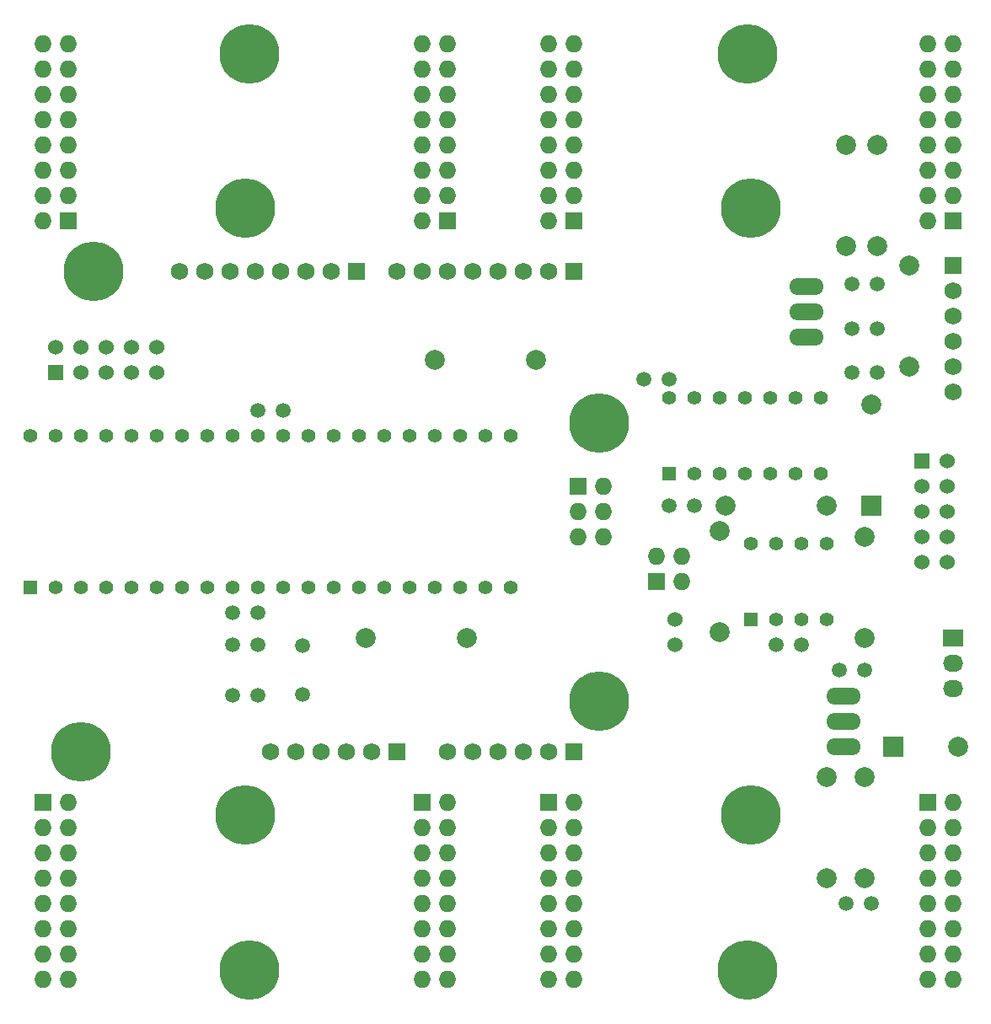
<source format=gbs>
%FSLAX34Y34*%
G04 Gerber Fmt 3.4, Leading zero omitted, Abs format*
G04 (created by PCBNEW (2014-jan-25)-product) date Mon 28 Jul 2014 06:27:03 PM PDT*
%MOIN*%
G01*
G70*
G90*
G04 APERTURE LIST*
%ADD10C,0.005906*%
%ADD11C,0.059100*%
%ADD12C,0.078700*%
%ADD13R,0.078700X0.078700*%
%ADD14C,0.060000*%
%ADD15C,0.236220*%
%ADD16R,0.080000X0.068000*%
%ADD17O,0.080000X0.068000*%
%ADD18R,0.068000X0.068000*%
%ADD19O,0.068000X0.068000*%
%ADD20C,0.068000*%
%ADD21R,0.060000X0.060000*%
%ADD22O,0.137800X0.066900*%
%ADD23R,0.055000X0.055000*%
%ADD24C,0.055000*%
G04 APERTURE END LIST*
G54D10*
G54D11*
X45000Y-22750D03*
X44000Y-22750D03*
X20500Y-35250D03*
X19500Y-35250D03*
X44000Y-21000D03*
X45000Y-21000D03*
X20500Y-37250D03*
X19500Y-37250D03*
X44500Y-36250D03*
X43500Y-36250D03*
X43750Y-45500D03*
X44750Y-45500D03*
X37750Y-29750D03*
X36750Y-29750D03*
X44000Y-24500D03*
X45000Y-24500D03*
X36750Y-24750D03*
X35750Y-24750D03*
X42000Y-35250D03*
X41000Y-35250D03*
X21500Y-26000D03*
X20500Y-26000D03*
X20500Y-34000D03*
X19500Y-34000D03*
G54D12*
X44750Y-25750D03*
G54D13*
X44750Y-29750D03*
G54D14*
X37000Y-34250D03*
X37000Y-35250D03*
G54D15*
X34000Y-26500D03*
X14000Y-20500D03*
X34000Y-37500D03*
X13500Y-39500D03*
X20000Y-42000D03*
X39842Y-11889D03*
X20157Y-11889D03*
X39842Y-48110D03*
X20157Y-48110D03*
X40000Y-42000D03*
X20000Y-18000D03*
X40000Y-18000D03*
G54D16*
X48000Y-35000D03*
G54D17*
X48000Y-36000D03*
X48000Y-37000D03*
G54D18*
X36250Y-32750D03*
G54D19*
X36250Y-31750D03*
X37250Y-32750D03*
X37250Y-31750D03*
G54D18*
X33150Y-29000D03*
G54D19*
X34150Y-29000D03*
X33150Y-30000D03*
X34150Y-30000D03*
X33150Y-31000D03*
X34150Y-31000D03*
G54D18*
X24400Y-20500D03*
G54D20*
X23400Y-20500D03*
X22400Y-20500D03*
X21400Y-20500D03*
X20400Y-20500D03*
X19400Y-20500D03*
X18400Y-20500D03*
X17400Y-20500D03*
G54D18*
X33000Y-20500D03*
G54D20*
X32000Y-20500D03*
X31000Y-20500D03*
X30000Y-20500D03*
X29000Y-20500D03*
X28000Y-20500D03*
X27000Y-20500D03*
X26000Y-20500D03*
G54D18*
X33000Y-39500D03*
G54D20*
X32000Y-39500D03*
X31000Y-39500D03*
X30000Y-39500D03*
X29000Y-39500D03*
X28000Y-39500D03*
G54D18*
X26000Y-39500D03*
G54D20*
X25000Y-39500D03*
X24000Y-39500D03*
X23000Y-39500D03*
X22000Y-39500D03*
X21000Y-39500D03*
G54D18*
X12000Y-41500D03*
G54D19*
X13000Y-41500D03*
X12000Y-42500D03*
X13000Y-42500D03*
X12000Y-43500D03*
X13000Y-43500D03*
X12000Y-44500D03*
X13000Y-44500D03*
X12000Y-45500D03*
X13000Y-45500D03*
X12000Y-46500D03*
X13000Y-46500D03*
X12000Y-47500D03*
X13000Y-47500D03*
X12000Y-48500D03*
X13000Y-48500D03*
G54D18*
X27000Y-41500D03*
G54D19*
X28000Y-41500D03*
X27000Y-42500D03*
X28000Y-42500D03*
X27000Y-43500D03*
X28000Y-43500D03*
X27000Y-44500D03*
X28000Y-44500D03*
X27000Y-45500D03*
X28000Y-45500D03*
X27000Y-46500D03*
X28000Y-46500D03*
X27000Y-47500D03*
X28000Y-47500D03*
X27000Y-48500D03*
X28000Y-48500D03*
G54D21*
X46750Y-28000D03*
G54D14*
X47750Y-28000D03*
X46750Y-29000D03*
X47750Y-29000D03*
X46750Y-30000D03*
X47750Y-30000D03*
X46750Y-31000D03*
X47750Y-31000D03*
X46750Y-32000D03*
X47750Y-32000D03*
G54D18*
X48000Y-20250D03*
G54D20*
X48000Y-21250D03*
X48000Y-22250D03*
X48000Y-23250D03*
X48000Y-24250D03*
X48000Y-25250D03*
G54D18*
X32000Y-41500D03*
G54D19*
X33000Y-41500D03*
X32000Y-42500D03*
X33000Y-42500D03*
X32000Y-43500D03*
X33000Y-43500D03*
X32000Y-44500D03*
X33000Y-44500D03*
X32000Y-45500D03*
X33000Y-45500D03*
X32000Y-46500D03*
X33000Y-46500D03*
X32000Y-47500D03*
X33000Y-47500D03*
X32000Y-48500D03*
X33000Y-48500D03*
G54D18*
X47000Y-41500D03*
G54D19*
X48000Y-41500D03*
X47000Y-42500D03*
X48000Y-42500D03*
X47000Y-43500D03*
X48000Y-43500D03*
X47000Y-44500D03*
X48000Y-44500D03*
X47000Y-45500D03*
X48000Y-45500D03*
X47000Y-46500D03*
X48000Y-46500D03*
X47000Y-47500D03*
X48000Y-47500D03*
X47000Y-48500D03*
X48000Y-48500D03*
G54D18*
X28000Y-18500D03*
G54D19*
X27000Y-18500D03*
X28000Y-17500D03*
X27000Y-17500D03*
X28000Y-16500D03*
X27000Y-16500D03*
X28000Y-15500D03*
X27000Y-15500D03*
X28000Y-14500D03*
X27000Y-14500D03*
X28000Y-13500D03*
X27000Y-13500D03*
X28000Y-12500D03*
X27000Y-12500D03*
X28000Y-11500D03*
X27000Y-11500D03*
G54D18*
X13000Y-18500D03*
G54D19*
X12000Y-18500D03*
X13000Y-17500D03*
X12000Y-17500D03*
X13000Y-16500D03*
X12000Y-16500D03*
X13000Y-15500D03*
X12000Y-15500D03*
X13000Y-14500D03*
X12000Y-14500D03*
X13000Y-13500D03*
X12000Y-13500D03*
X13000Y-12500D03*
X12000Y-12500D03*
X13000Y-11500D03*
X12000Y-11500D03*
G54D18*
X48000Y-18500D03*
G54D19*
X47000Y-18500D03*
X48000Y-17500D03*
X47000Y-17500D03*
X48000Y-16500D03*
X47000Y-16500D03*
X48000Y-15500D03*
X47000Y-15500D03*
X48000Y-14500D03*
X47000Y-14500D03*
X48000Y-13500D03*
X47000Y-13500D03*
X48000Y-12500D03*
X47000Y-12500D03*
X48000Y-11500D03*
X47000Y-11500D03*
G54D18*
X33000Y-18500D03*
G54D19*
X32000Y-18500D03*
X33000Y-17500D03*
X32000Y-17500D03*
X33000Y-16500D03*
X32000Y-16500D03*
X33000Y-15500D03*
X32000Y-15500D03*
X33000Y-14500D03*
X32000Y-14500D03*
X33000Y-13500D03*
X32000Y-13500D03*
X33000Y-12500D03*
X32000Y-12500D03*
X33000Y-11500D03*
X32000Y-11500D03*
G54D21*
X12500Y-24500D03*
G54D14*
X12500Y-23500D03*
X13500Y-24500D03*
X13500Y-23500D03*
X14500Y-24500D03*
X14500Y-23500D03*
X15500Y-24500D03*
X15500Y-23500D03*
X16500Y-24500D03*
X16500Y-23500D03*
G54D12*
X44500Y-35000D03*
X44500Y-31000D03*
X43750Y-19500D03*
X43750Y-15500D03*
X45000Y-19500D03*
X45000Y-15500D03*
X43000Y-44500D03*
X43000Y-40500D03*
X39000Y-29750D03*
X43000Y-29750D03*
X38750Y-34750D03*
X38750Y-30750D03*
X44500Y-44500D03*
X44500Y-40500D03*
X46250Y-20250D03*
X46250Y-24250D03*
X24750Y-35000D03*
X28750Y-35000D03*
X31500Y-24000D03*
X27500Y-24000D03*
G54D13*
X45620Y-39300D03*
G54D12*
X48180Y-39300D03*
G54D22*
X42200Y-22100D03*
X42200Y-23100D03*
X42200Y-21100D03*
G54D23*
X40000Y-34250D03*
G54D24*
X41000Y-34250D03*
X42000Y-34250D03*
X43000Y-34250D03*
X43000Y-31250D03*
X42000Y-31250D03*
X41000Y-31250D03*
X40000Y-31250D03*
G54D22*
X43650Y-38300D03*
X43650Y-39300D03*
X43650Y-37300D03*
G54D23*
X11500Y-33000D03*
G54D24*
X12500Y-33000D03*
X13500Y-33000D03*
X14500Y-33000D03*
X15500Y-33000D03*
X16500Y-33000D03*
X17500Y-33000D03*
X18500Y-33000D03*
X19500Y-33000D03*
X20500Y-33000D03*
X21500Y-33000D03*
X22500Y-33000D03*
X23500Y-33000D03*
X24500Y-33000D03*
X25500Y-33000D03*
X26500Y-33000D03*
X27500Y-33000D03*
X28500Y-33000D03*
X29500Y-33000D03*
X30500Y-33000D03*
X30500Y-27000D03*
X29500Y-27000D03*
X28500Y-27000D03*
X27500Y-27000D03*
X26500Y-27000D03*
X25500Y-27000D03*
X24500Y-27000D03*
X23500Y-27000D03*
X22500Y-27000D03*
X21500Y-27000D03*
X20500Y-27000D03*
X19500Y-27000D03*
X18500Y-27000D03*
X17500Y-27000D03*
X16500Y-27000D03*
X15500Y-27000D03*
X14500Y-27000D03*
X13500Y-27000D03*
X12500Y-27000D03*
X11500Y-27000D03*
G54D11*
X22250Y-35289D03*
X22250Y-37211D03*
G54D23*
X36750Y-28500D03*
G54D24*
X37750Y-28500D03*
X38750Y-28500D03*
X39750Y-28500D03*
X40750Y-28500D03*
X41750Y-28500D03*
X42750Y-28500D03*
X42750Y-25500D03*
X41750Y-25500D03*
X40750Y-25500D03*
X39750Y-25500D03*
X38750Y-25500D03*
X37750Y-25500D03*
X36750Y-25500D03*
M02*

</source>
